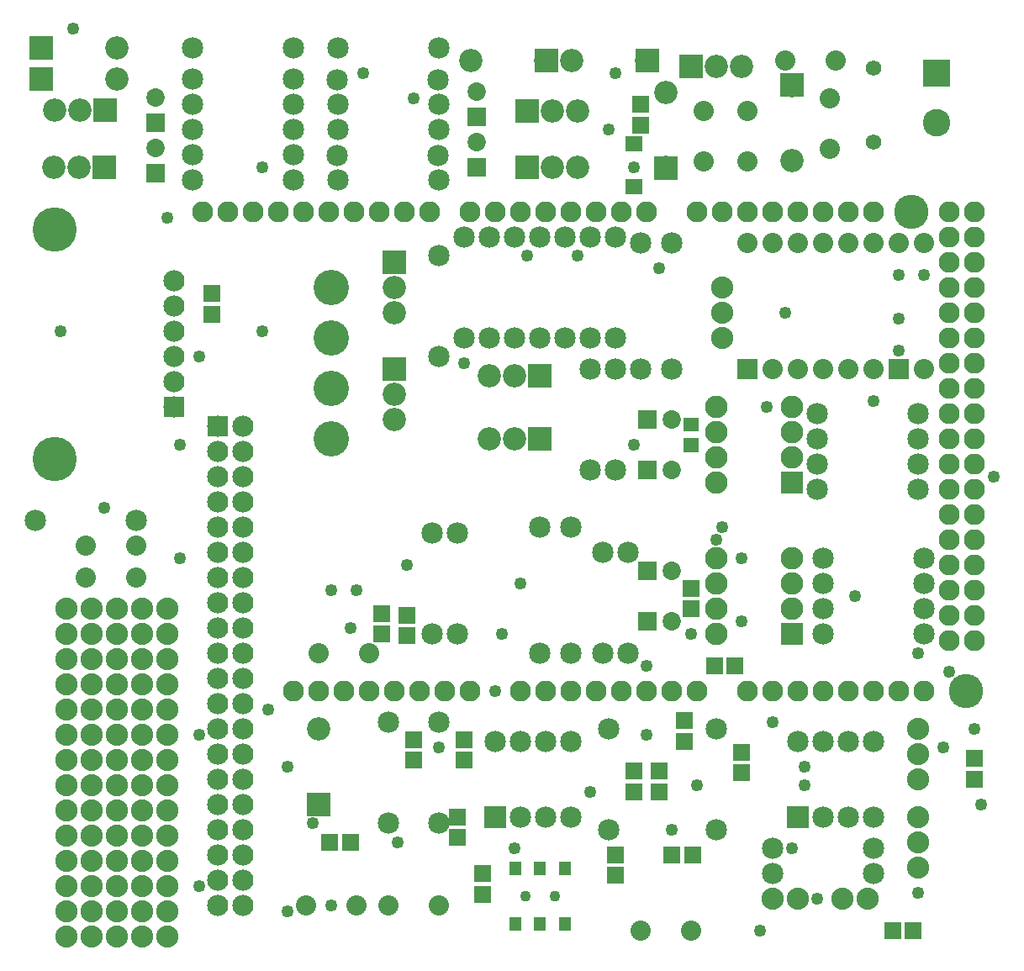
<source format=gts>
G04 MADE WITH FRITZING*
G04 WWW.FRITZING.ORG*
G04 DOUBLE SIDED*
G04 HOLES PLATED*
G04 CONTOUR ON CENTER OF CONTOUR VECTOR*
%ASAXBY*%
%FSLAX23Y23*%
%MOIN*%
%OFA0B0*%
%SFA1.0B1.0*%
%ADD10C,0.049370*%
%ADD11C,0.043465*%
%ADD12C,0.084000*%
%ADD13C,0.175354*%
%ADD14C,0.080000*%
%ADD15C,0.088000*%
%ADD16C,0.085000*%
%ADD17C,0.140000*%
%ADD18C,0.082917*%
%ADD19C,0.135984*%
%ADD20C,0.092000*%
%ADD21C,0.061496*%
%ADD22C,0.089370*%
%ADD23C,0.072992*%
%ADD24C,0.109055*%
%ADD25R,0.049370X0.055276*%
%ADD26R,0.069055X0.065118*%
%ADD27R,0.065118X0.069055*%
%ADD28R,0.067874X0.060000*%
%ADD29R,0.084000X0.084000*%
%ADD30R,0.080000X0.080000*%
%ADD31R,0.085000X0.085000*%
%ADD32R,0.092000X0.092000*%
%ADD33R,0.089370X0.089370*%
%ADD34R,0.072992X0.072992*%
%ADD35R,0.109055X0.109055*%
%ADD36C,0.010000*%
%LNMASK1*%
G90*
G70*
G54D10*
X3566Y1378D03*
X2991Y1103D03*
X2441Y3303D03*
X2341Y3453D03*
X1966Y603D03*
X2491Y1328D03*
X716Y1053D03*
X716Y453D03*
G54D11*
X2009Y414D03*
X2127Y414D03*
G54D10*
X2441Y2203D03*
X3041Y2728D03*
X1366Y3678D03*
X216Y3853D03*
X3116Y928D03*
X1666Y1003D03*
X2491Y1053D03*
X2591Y678D03*
X2266Y828D03*
X2691Y853D03*
X1166Y703D03*
X2366Y3678D03*
X1066Y928D03*
X1766Y2528D03*
X991Y1153D03*
X1916Y1453D03*
X3666Y1003D03*
X3691Y1303D03*
X2666Y1453D03*
X591Y3103D03*
G54D12*
X616Y2353D03*
X616Y2453D03*
X616Y2553D03*
X616Y2653D03*
X616Y2753D03*
X616Y2853D03*
G54D13*
X144Y2148D03*
X144Y3058D03*
G54D10*
X3491Y2878D03*
X3491Y2703D03*
X3491Y2578D03*
X3066Y603D03*
X3116Y853D03*
X3591Y2878D03*
X2216Y2953D03*
X2016Y2953D03*
X966Y2653D03*
X716Y2553D03*
X341Y1953D03*
X641Y2203D03*
X641Y1753D03*
X2866Y1753D03*
X2966Y2353D03*
X3391Y2378D03*
X1502Y628D03*
G54D14*
X3591Y3003D03*
X3591Y2503D03*
X3491Y3003D03*
X3491Y2503D03*
X3391Y3003D03*
X3391Y2503D03*
X3291Y3003D03*
X3291Y2503D03*
X3191Y3003D03*
X3191Y2503D03*
X3091Y3003D03*
X3091Y2503D03*
X2991Y3003D03*
X2991Y2503D03*
X2891Y3003D03*
X2891Y2503D03*
G54D10*
X3866Y2078D03*
X1566Y3578D03*
X3166Y403D03*
X3791Y1078D03*
X3816Y778D03*
X966Y3303D03*
X1891Y1228D03*
G54D15*
X191Y1553D03*
X291Y1553D03*
X391Y1553D03*
X491Y1553D03*
X591Y1553D03*
X191Y253D03*
X291Y253D03*
X391Y253D03*
X491Y253D03*
X591Y253D03*
X191Y853D03*
X191Y1153D03*
X191Y353D03*
X291Y353D03*
X391Y353D03*
X491Y353D03*
X591Y353D03*
X191Y1353D03*
X191Y1253D03*
X191Y1053D03*
X191Y753D03*
X191Y453D03*
X191Y953D03*
X191Y1453D03*
X191Y653D03*
X191Y553D03*
X291Y853D03*
X291Y1153D03*
X291Y1353D03*
X291Y1253D03*
X291Y1053D03*
X291Y753D03*
X291Y453D03*
X291Y953D03*
X291Y1453D03*
X291Y653D03*
X291Y553D03*
X391Y853D03*
X391Y1153D03*
X391Y1353D03*
X391Y1253D03*
X391Y1053D03*
X391Y753D03*
X391Y453D03*
X391Y953D03*
X391Y1453D03*
X391Y653D03*
X391Y553D03*
X491Y853D03*
X491Y1153D03*
X491Y1353D03*
X491Y1253D03*
X491Y1053D03*
X491Y753D03*
X491Y453D03*
X491Y953D03*
X491Y1453D03*
X491Y653D03*
X491Y553D03*
X591Y453D03*
X591Y553D03*
X591Y653D03*
X591Y753D03*
X591Y853D03*
X591Y953D03*
X591Y1053D03*
X591Y1153D03*
X591Y1253D03*
X591Y1353D03*
X591Y1453D03*
G54D16*
X1891Y728D03*
X1891Y1028D03*
X1991Y728D03*
X1991Y1028D03*
X2091Y728D03*
X2091Y1028D03*
X2191Y728D03*
X2191Y1028D03*
G54D17*
X1241Y2628D03*
X1241Y2828D03*
X1241Y2428D03*
X1241Y2228D03*
X1241Y2628D03*
X1241Y2828D03*
X1241Y2428D03*
X1241Y2228D03*
G54D10*
X1316Y1478D03*
X3316Y1603D03*
X2866Y1503D03*
X1991Y1653D03*
X1541Y1728D03*
X1241Y378D03*
X1066Y353D03*
X166Y2653D03*
X3566Y428D03*
X2541Y2903D03*
X2941Y278D03*
X2791Y1878D03*
X2766Y1828D03*
X1241Y1628D03*
X1341Y1628D03*
G54D16*
X3091Y728D03*
X3091Y1028D03*
X3191Y728D03*
X3191Y1028D03*
X3291Y728D03*
X3291Y1028D03*
X3391Y728D03*
X3391Y1028D03*
G54D12*
X891Y2278D03*
X891Y2178D03*
X891Y2078D03*
X891Y1978D03*
X891Y1878D03*
X891Y1778D03*
X891Y1678D03*
X891Y1578D03*
X891Y1478D03*
X891Y1378D03*
X891Y1278D03*
X891Y1178D03*
X891Y1078D03*
X891Y978D03*
X891Y878D03*
X891Y778D03*
X891Y678D03*
X891Y578D03*
X891Y478D03*
X891Y378D03*
X791Y2278D03*
X791Y2178D03*
X791Y2078D03*
X791Y1978D03*
X791Y1878D03*
X791Y1778D03*
X791Y1678D03*
X791Y1578D03*
X791Y1478D03*
X791Y1378D03*
X791Y1278D03*
X791Y1178D03*
X791Y1078D03*
X791Y978D03*
X791Y878D03*
X791Y778D03*
X791Y678D03*
X791Y578D03*
X791Y478D03*
X791Y378D03*
G54D18*
X2991Y1228D03*
X1391Y1228D03*
X3091Y1228D03*
X3191Y1228D03*
X3291Y1228D03*
X3391Y1228D03*
X3691Y2628D03*
X3491Y1228D03*
X3591Y1228D03*
X1431Y3128D03*
X1991Y1228D03*
X2091Y1228D03*
X2191Y1228D03*
X2291Y1228D03*
X3691Y1828D03*
X2391Y1228D03*
X2491Y1228D03*
X2591Y1228D03*
X2691Y1228D03*
X2191Y3128D03*
X3691Y3028D03*
X3691Y2228D03*
X3691Y1428D03*
X1031Y3128D03*
X1791Y1228D03*
X1791Y3128D03*
X3691Y2828D03*
X3691Y2428D03*
X3691Y2028D03*
X3391Y3128D03*
X3691Y1628D03*
X3291Y3128D03*
X3191Y3128D03*
X3091Y3128D03*
X2991Y3128D03*
X2891Y3128D03*
X2791Y3128D03*
X2691Y3128D03*
X831Y3128D03*
X1231Y3128D03*
X1631Y3128D03*
X1191Y1228D03*
X1591Y1228D03*
X2391Y3128D03*
X1991Y3128D03*
X3691Y3128D03*
X3691Y2928D03*
X3691Y2728D03*
X3691Y2528D03*
X3691Y2328D03*
X3691Y2128D03*
X3691Y1928D03*
X3691Y1728D03*
X3691Y1528D03*
X731Y3128D03*
X931Y3128D03*
X1131Y3128D03*
X1331Y3128D03*
X1531Y3128D03*
X1091Y1228D03*
X1291Y1228D03*
X1491Y1228D03*
X1691Y1228D03*
X2491Y3128D03*
X2291Y3128D03*
X2091Y3128D03*
X1891Y3128D03*
X3791Y3128D03*
X3791Y3028D03*
X3791Y2928D03*
X3791Y2828D03*
X3791Y2728D03*
X3791Y2628D03*
X3791Y2528D03*
X3791Y2428D03*
X3791Y2328D03*
X3791Y2228D03*
X3791Y2128D03*
X3791Y2028D03*
X3791Y1928D03*
X3791Y1828D03*
X3791Y1728D03*
X3791Y1628D03*
X3791Y1528D03*
X3791Y1428D03*
X2891Y1228D03*
G54D19*
X3757Y1228D03*
X3541Y3128D03*
G54D20*
X1491Y2503D03*
X1491Y2403D03*
X1491Y2303D03*
X2066Y2478D03*
X1966Y2478D03*
X1866Y2478D03*
X1491Y2928D03*
X1491Y2828D03*
X1491Y2728D03*
X2066Y2228D03*
X1966Y2228D03*
X1866Y2228D03*
G54D14*
X1191Y1378D03*
X1391Y1378D03*
G54D20*
X2566Y3303D03*
X2566Y3601D03*
G54D16*
X466Y1903D03*
X66Y1903D03*
G54D15*
X3566Y528D03*
X3566Y628D03*
X3566Y728D03*
X3566Y1078D03*
X3566Y978D03*
X3566Y878D03*
X2791Y2828D03*
X2791Y2728D03*
X2791Y2628D03*
G54D16*
X2991Y603D03*
X3391Y603D03*
X2991Y503D03*
X3391Y503D03*
G54D15*
X2991Y403D03*
X3091Y403D03*
X3266Y403D03*
X3366Y403D03*
G54D16*
X3591Y1453D03*
X3191Y1453D03*
X2366Y3028D03*
X2366Y2628D03*
X2266Y3028D03*
X2266Y2628D03*
X3566Y2028D03*
X3166Y2028D03*
X3591Y1753D03*
X3191Y1753D03*
X2166Y3028D03*
X2166Y2628D03*
X1666Y2953D03*
X1666Y2553D03*
X3566Y2328D03*
X3166Y2328D03*
G54D20*
X2666Y3703D03*
X2766Y3703D03*
X2866Y3703D03*
G54D14*
X3041Y3728D03*
X3241Y3728D03*
X2891Y3528D03*
X2891Y3328D03*
X3216Y3378D03*
X3216Y3578D03*
X2716Y3528D03*
X2716Y3328D03*
G54D20*
X3066Y3628D03*
X3066Y3330D03*
G54D21*
X3391Y3403D03*
X3391Y3698D03*
X3391Y3403D03*
X3391Y3698D03*
G54D22*
X3066Y1453D03*
X2766Y1453D03*
X3066Y1553D03*
X2766Y1553D03*
X3066Y1653D03*
X2766Y1653D03*
X3066Y1753D03*
X2766Y1753D03*
X3066Y2053D03*
X2766Y2053D03*
X3066Y2153D03*
X2766Y2153D03*
X3066Y2253D03*
X2766Y2253D03*
X3066Y2353D03*
X2766Y2353D03*
G54D16*
X3591Y1553D03*
X3191Y1553D03*
X1866Y3028D03*
X1866Y2628D03*
X1966Y3028D03*
X1966Y2628D03*
X3566Y2128D03*
X3166Y2128D03*
X3591Y1653D03*
X3191Y1653D03*
X2066Y3028D03*
X2066Y2628D03*
X1766Y3028D03*
X1766Y2628D03*
X3566Y2228D03*
X3166Y2228D03*
X2066Y1378D03*
X2066Y1878D03*
X2591Y2503D03*
X2591Y3003D03*
X2191Y1878D03*
X2191Y1378D03*
X2466Y3003D03*
X2466Y2503D03*
X2416Y1778D03*
X2416Y1378D03*
X2266Y2103D03*
X2266Y2503D03*
X2316Y1778D03*
X2316Y1378D03*
X2366Y2103D03*
X2366Y2503D03*
G54D23*
X2493Y1703D03*
X2591Y1703D03*
X2493Y2303D03*
X2591Y2303D03*
X2493Y1503D03*
X2591Y1503D03*
X2493Y2103D03*
X2591Y2103D03*
G54D16*
X1741Y1853D03*
X1741Y1453D03*
G54D14*
X1666Y378D03*
X1466Y378D03*
X1341Y378D03*
X1141Y378D03*
G54D16*
X1666Y703D03*
X1666Y1103D03*
X1466Y703D03*
X1466Y1103D03*
G54D20*
X1191Y778D03*
X1191Y1076D03*
G54D14*
X266Y1678D03*
X466Y1678D03*
X266Y1803D03*
X466Y1803D03*
X2666Y278D03*
X2466Y278D03*
G54D16*
X2766Y678D03*
X2766Y1078D03*
X2341Y678D03*
X2341Y1078D03*
X1641Y1853D03*
X1641Y1453D03*
X1091Y3253D03*
X691Y3253D03*
X1266Y3253D03*
X1666Y3253D03*
X1091Y3553D03*
X691Y3553D03*
X1266Y3553D03*
X1666Y3553D03*
G54D23*
X542Y3281D03*
X542Y3379D03*
X1816Y3305D03*
X1816Y3403D03*
X542Y3481D03*
X542Y3579D03*
X1816Y3505D03*
X1816Y3603D03*
G54D20*
X91Y3653D03*
X389Y3653D03*
X2091Y3728D03*
X1793Y3728D03*
X91Y3778D03*
X389Y3778D03*
X2491Y3728D03*
X2193Y3728D03*
X341Y3303D03*
X241Y3303D03*
X141Y3303D03*
X2016Y3303D03*
X2116Y3303D03*
X2216Y3303D03*
X342Y3529D03*
X242Y3529D03*
X142Y3529D03*
X2016Y3528D03*
X2116Y3528D03*
X2216Y3528D03*
G54D16*
X1091Y3353D03*
X691Y3353D03*
X1265Y3352D03*
X1665Y3352D03*
X1091Y3653D03*
X691Y3653D03*
X1265Y3652D03*
X1665Y3652D03*
X1091Y3453D03*
X691Y3453D03*
X1266Y3453D03*
X1666Y3453D03*
X1091Y3778D03*
X691Y3778D03*
X1266Y3778D03*
X1666Y3778D03*
G54D24*
X3641Y3678D03*
X3641Y3481D03*
G54D25*
X1969Y303D03*
X2068Y303D03*
X2166Y303D03*
X1969Y525D03*
X2068Y525D03*
X2166Y525D03*
G54D26*
X1841Y503D03*
X1841Y422D03*
X2366Y578D03*
X2366Y497D03*
G54D27*
X2591Y578D03*
X2672Y578D03*
G54D26*
X1441Y1453D03*
X1441Y1534D03*
G54D28*
X2441Y3228D03*
X2441Y3397D03*
G54D26*
X2641Y1028D03*
X2641Y1109D03*
X2866Y903D03*
X2866Y984D03*
X1766Y953D03*
X1766Y1034D03*
X1566Y953D03*
X1566Y1034D03*
X1541Y1528D03*
X1541Y1447D03*
X2466Y3553D03*
X2466Y3472D03*
X3791Y878D03*
X3791Y959D03*
G54D27*
X3466Y278D03*
X3547Y278D03*
G54D26*
X2441Y828D03*
X2441Y909D03*
X2541Y828D03*
X2541Y909D03*
X2666Y1553D03*
X2666Y1634D03*
X766Y2803D03*
X766Y2722D03*
X1741Y728D03*
X1741Y647D03*
G54D27*
X1235Y628D03*
X1316Y628D03*
X2841Y1328D03*
X2760Y1328D03*
G54D29*
X616Y2353D03*
G54D30*
X2891Y2503D03*
X3491Y2503D03*
G54D31*
X1891Y728D03*
X3091Y728D03*
G54D29*
X791Y2278D03*
G54D32*
X1491Y2503D03*
X2066Y2478D03*
X1491Y2928D03*
X2066Y2228D03*
X2566Y3302D03*
X2666Y3703D03*
X3066Y3629D03*
G54D33*
X3066Y1453D03*
X3066Y2053D03*
G54D34*
X2493Y1703D03*
X2493Y2303D03*
X2493Y1503D03*
X2493Y2103D03*
G54D32*
X1191Y777D03*
G54D34*
X542Y3281D03*
X1816Y3305D03*
X542Y3481D03*
X1816Y3505D03*
G54D32*
X90Y3653D03*
X2092Y3728D03*
X90Y3778D03*
X2492Y3728D03*
X341Y3303D03*
X2016Y3303D03*
X342Y3529D03*
X2016Y3528D03*
G54D35*
X3641Y3678D03*
G54D36*
G36*
X2637Y2231D02*
X2696Y2231D01*
X2696Y2175D01*
X2637Y2175D01*
X2637Y2231D01*
G37*
D02*
G36*
X2637Y2311D02*
X2696Y2311D01*
X2696Y2256D01*
X2637Y2256D01*
X2637Y2311D01*
G37*
D02*
G04 End of Mask1*
M02*
</source>
